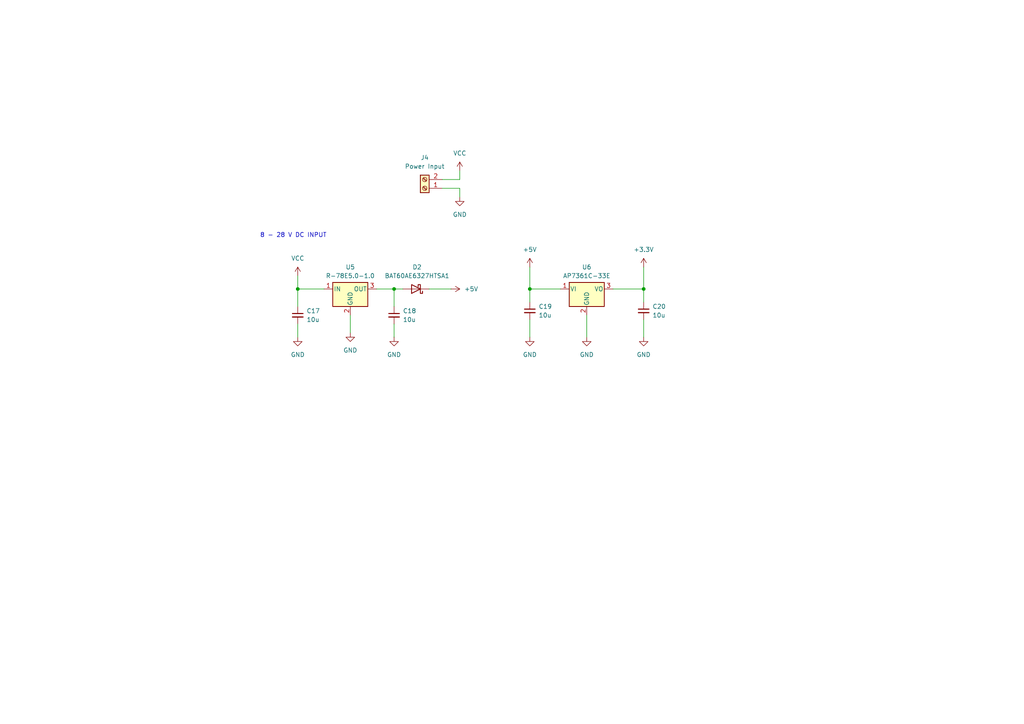
<source format=kicad_sch>
(kicad_sch (version 20231120) (generator "eeschema") (generator_version "8.0")
  (paper "A4")
  (lib_symbols
    (symbol "Connector:Screw_Terminal_01x02" (pin_names (offset 1.016) hide)
      (property "Reference" "J" (at 0 2.54 0))
      (property "Value" "Screw_Terminal_01x02" (at 0 -5.08 0))
      (symbol "Screw_Terminal_01x02_1_1"
        (rectangle (start -1.27 1.27) (end 1.27 -3.81) (stroke (width 0.254)) (fill (type background)))
        (circle (center 0 -2.54) (radius 0.635) (stroke (width 0.1524)))
        (polyline (pts (xy -0.5334 -2.2098) (xy 0.3302 -3.048)) (stroke (width 0.1524)))
        (polyline (pts (xy -0.5334 0.3302) (xy 0.3302 -0.508)) (stroke (width 0.1524)))
        (polyline (pts (xy -0.3556 -2.032) (xy 0.508 -2.8702)) (stroke (width 0.1524)))
        (polyline (pts (xy -0.3556 0.508) (xy 0.508 -0.3302)) (stroke (width 0.1524)))
        (circle (center 0 0) (radius 0.635) (stroke (width 0.1524)))
        (pin passive line (at -5.08 0 0) (length 3.81) (name "Pin_1") (number "1"))
        (pin passive line (at -5.08 -2.54 0) (length 3.81) (name "Pin_2") (number "2"))
      )
    )
    (symbol "Device:C_Small" (pin_numbers hide) (pin_names (offset 0.254) hide)
      (property "Reference" "C" (at 0.254 1.778 0))
      (property "Value" "C_Small" (at 0.254 -2.032 0))
      (symbol "C_Small_0_1"
        (polyline (pts (xy -1.524 -0.508) (xy 1.524 -0.508)) (stroke (width 0.3302)))
        (polyline (pts (xy -1.524 0.508) (xy 1.524 0.508)) (stroke (width 0.3048)))
      )
      (symbol "C_Small_1_1"
        (pin passive line (at 0 2.54 270) (length 2.032) (name "~") (number "1"))
        (pin passive line (at 0 -2.54 90) (length 2.032) (name "~") (number "2"))
      )
    )
    (symbol "Device:D_Schottky" (pin_numbers hide) (pin_names (offset 1.016) hide)
      (property "Reference" "D" (at 0 2.54 0))
      (property "Value" "D_Schottky" (at 0 -2.54 0))
      (symbol "D_Schottky_0_1"
        (polyline (pts (xy 1.27 0) (xy -1.27 0)))
        (polyline (pts (xy 1.27 1.27) (xy 1.27 -1.27) (xy -1.27 0) (xy 1.27 1.27)) (stroke (width 0.254)))
        (polyline (pts (xy -1.905 0.635) (xy -1.905 1.27) (xy -1.27 1.27) (xy -1.27 -1.27) (xy -0.635 -1.27) (xy -0.635 -0.635)) (stroke (width 0.254)))
      )
      (symbol "D_Schottky_1_1"
        (pin passive line (at -3.81 0 0) (length 2.54) (name "K") (number "1"))
        (pin passive line (at 3.81 0 180) (length 2.54) (name "A") (number "2"))
      )
    )
    (symbol "Regulator_Linear:AP7361C-33E" (pin_names (offset 0.254))
      (property "Reference" "U" (at -3.81 3.175 0))
      (property "Value" "AP7361C-33E" (at 0 3.175 0))
      (symbol "AP7361C-33E_0_1"
        (rectangle (start -5.08 -5.08) (end 5.08 1.905) (stroke (width 0.254)) (fill (type background)))
      )
      (symbol "AP7361C-33E_1_1"
        (pin power_in line (at -7.62 0 0) (length 2.54) (name "VI") (number "1"))
        (pin power_in line (at 0 -7.62 90) (length 2.54) (name "GND") (number "2"))
        (pin power_out line (at 7.62 0 180) (length 2.54) (name "VO") (number "3"))
      )
    )
    (symbol "Regulator_Switching:R-78E5.0-1.0" (pin_names (offset 0.254))
      (property "Reference" "U" (at -3.81 3.175 0))
      (property "Value" "R-78E5.0-1.0" (at 0 3.175 0))
      (symbol "R-78E5.0-1.0_0_1"
        (rectangle (start -5.08 1.905) (end 5.08 -5.08) (stroke (width 0.254)) (fill (type background)))
      )
      (symbol "R-78E5.0-1.0_1_1"
        (pin power_in line (at -7.62 0 0) (length 2.54) (name "IN") (number "1"))
        (pin power_in line (at 0 -7.62 90) (length 2.54) (name "GND") (number "2"))
        (pin power_out line (at 7.62 0 180) (length 2.54) (name "OUT") (number "3"))
      )
    )
    (symbol "power:+3.3V" (power) (pin_numbers hide) (pin_names (offset 0) hide)
      (property "Value" "+3.3V" (at 0 3.556 0))
      (symbol "+3.3V_0_1"
        (polyline (pts (xy -0.762 1.27) (xy 0 2.54)))
        (polyline (pts (xy 0 0) (xy 0 2.54)))
        (polyline (pts (xy 0 2.54) (xy 0.762 1.27)))
      )
      (symbol "+3.3V_1_1"
        (pin power_in line (at 0 0 90) (length 0) (name "~") (number "1"))
      )
    )
    (symbol "power:+5V" (power) (pin_numbers hide) (pin_names (offset 0) hide)
      (property "Value" "+5V" (at 0 3.556 0))
      (symbol "+5V_0_1"
        (polyline (pts (xy -0.762 1.27) (xy 0 2.54)))
        (polyline (pts (xy 0 0) (xy 0 2.54)))
        (polyline (pts (xy 0 2.54) (xy 0.762 1.27)))
      )
      (symbol "+5V_1_1"
        (pin power_in line (at 0 0 90) (length 0) (name "~") (number "1"))
      )
    )
    (symbol "power:GND" (power) (pin_numbers hide) (pin_names (offset 0) hide)
      (property "Value" "GND" (at 0 -3.81 0))
      (symbol "GND_0_1"
        (polyline (pts (xy 0 0) (xy 0 -1.27) (xy 1.27 -1.27) (xy 0 -2.54) (xy -1.27 -1.27) (xy 0 -1.27)))
      )
      (symbol "GND_1_1"
        (pin power_in line (at 0 0 270) (length 0) (name "~") (number "1"))
      )
    )
    (symbol "power:VCC" (power) (pin_numbers hide) (pin_names (offset 0) hide)
      (property "Value" "VCC" (at 0 3.556 0))
      (symbol "VCC_0_1"
        (polyline (pts (xy -0.762 1.27) (xy 0 2.54)))
        (polyline (pts (xy 0 0) (xy 0 2.54)))
        (polyline (pts (xy 0 2.54) (xy 0.762 1.27)))
      )
      (symbol "VCC_1_1"
        (pin power_in line (at 0 0 90) (length 0) (name "~") (number "1"))
      )
    )
  )
  (junction (at 153.67 83.82))
  (junction (at 86.36 83.82))
  (junction (at 186.69 83.82))
  (junction (at 114.3 83.82))
  (wire (pts (xy 114.3 93.98) (xy 114.3 97.79)))
  (wire (pts (xy 101.6 91.44) (xy 101.6 96.52)))
  (wire (pts (xy 86.36 88.9) (xy 86.36 83.82)))
  (wire (pts (xy 86.36 80.01) (xy 86.36 83.82)))
  (wire (pts (xy 153.67 83.82) (xy 153.67 87.63)))
  (wire (pts (xy 186.69 77.47) (xy 186.69 83.82)))
  (wire (pts (xy 109.22 83.82) (xy 114.3 83.82)))
  (wire (pts (xy 133.35 54.61) (xy 133.35 57.15)))
  (wire (pts (xy 86.36 93.98) (xy 86.36 97.79)))
  (wire (pts (xy 86.36 83.82) (xy 93.98 83.82)))
  (wire (pts (xy 114.3 83.82) (xy 116.84 83.82)))
  (wire (pts (xy 162.56 83.82) (xy 153.67 83.82)))
  (wire (pts (xy 186.69 92.71) (xy 186.69 97.79)))
  (wire (pts (xy 114.3 83.82) (xy 114.3 88.9)))
  (wire (pts (xy 128.27 52.07) (xy 133.35 52.07)))
  (wire (pts (xy 153.67 77.47) (xy 153.67 83.82)))
  (wire (pts (xy 128.27 54.61) (xy 133.35 54.61)))
  (wire (pts (xy 133.35 49.53) (xy 133.35 52.07)))
  (wire (pts (xy 170.18 91.44) (xy 170.18 97.79)))
  (wire (pts (xy 186.69 83.82) (xy 186.69 87.63)))
  (wire (pts (xy 153.67 92.71) (xy 153.67 97.79)))
  (wire (pts (xy 177.8 83.82) (xy 186.69 83.82)))
  (wire (pts (xy 124.46 83.82) (xy 130.81 83.82)))
  (text "8 - 28 V DC INPUT" (at 85.09 68.326 0) (effects (font (size 1.27 1.27))))
  (symbol (lib_id "power:GND") (at 133.35 57.15 0) (unit 1)
    (property "Reference" "#PWR039" (effects (hide yes)))
    (property "Value" "GND" (at 133.35 62.23 0))
    (property "Description" "Power symbol creates a global label with name \"GND\" , ground" (effects (hide yes)))
  )
  (symbol (lib_id "power:GND") (at 114.3 97.79 0) (unit 1)
    (property "Reference" "#PWR036" (effects (hide yes)))
    (property "Value" "GND" (at 114.3 102.87 0))
    (property "Description" "Power symbol creates a global label with name \"GND\" , ground" (effects (hide yes)))
  )
  (symbol (lib_id "power:GND") (at 153.67 97.79 0) (unit 1)
    (property "Reference" "#PWR041" (effects (hide yes)))
    (property "Value" "GND" (at 153.67 102.87 0))
    (property "Description" "Power symbol creates a global label with name \"GND\" , ground" (effects (hide yes)))
  )
  (symbol (lib_id "power:GND") (at 86.36 97.79 0) (unit 1)
    (property "Reference" "#PWR034" (effects (hide yes)))
    (property "Value" "GND" (at 86.36 102.87 0))
    (property "Description" "Power symbol creates a global label with name \"GND\" , ground" (effects (hide yes)))
  )
  (symbol (lib_id "power:+3.3V") (at 186.69 77.47 0) (unit 1)
    (property "Reference" "#PWR043" (effects (hide yes)))
    (property "Value" "+3.3V" (at 186.69 72.39 0))
    (property "Description" "Power symbol creates a global label with name \"+3.3V\"" (effects (hide yes)))
  )
  (symbol (lib_id "power:GND") (at 170.18 97.79 0) (unit 1)
    (property "Reference" "#PWR042" (effects (hide yes)))
    (property "Value" "GND" (at 170.18 102.87 0))
    (property "Description" "Power symbol creates a global label with name \"GND\" , ground" (effects (hide yes)))
  )
  (symbol (lib_id "Device:C_Small") (at 186.69 90.17 0) (unit 1)
    (property "Reference" "C20" (at 189.23 88.9062 0) (effects (justify left)))
    (property "Value" "10u" (at 189.23 91.4462 0) (effects (justify left)))
    (property "Footprint" "Capacitor_SMD:C_0805_2012Metric_Pad1.18x1.45mm_HandSolder" (effects (hide yes)))
    (property "Description" "10 µF ±10% 16V Ceramic Capacitor X5R 0805 (2012 Metric)" (effects (hide yes)))
    (property "MPN" "CL21A106KOQNNNG" (effects (hide yes)))
    (property "Manufacturer" "Samsung Electro-Mechanics" (effects (hide yes)))
    (property "DigiKey Link" "https://www.digikey.com/en/products/detail/samsung-electro-mechanics/CL21A106KOQNNNG/3894417" (effects (hide yes)))
  )
  (symbol (lib_id "power:VCC") (at 86.36 80.01 0) (unit 1)
    (property "Reference" "#PWR033" (effects (hide yes)))
    (property "Value" "VCC" (at 86.36 74.93 0))
    (property "Description" "Power symbol creates a global label with name \"VCC\"" (effects (hide yes)))
  )
  (symbol (lib_id "Connector:Screw_Terminal_01x02") (at 123.19 54.61 180) (unit 1)
    (property "Reference" "J4" (at 123.19 45.72 0))
    (property "Value" "Power Input" (at 123.19 48.26 0))
    (property "Footprint" "Vendor_Footprints:PHOENIX_1984963" (effects (hide yes)))
    (property "Description" "2 Position Wire to Board Terminal Block 45° (135°) Angle with Board 0.138\" (3.50mm) Through Hole" (effects (hide yes)))
    (property "MPN" "1984963" (effects (hide yes)))
    (property "Manufacturer" "Phoenix Contact" (effects (hide yes)))
    (property "DigiKey Link" "https://www.digikey.com/en/products/detail/phoenix-contact/1984963/2513976" (effects (hide yes)))
  )
  (symbol (lib_id "power:+5V") (at 153.67 77.47 0) (unit 1)
    (property "Reference" "#PWR040" (effects (hide yes)))
    (property "Value" "+5V" (at 153.67 72.39 0))
    (property "Description" "Power symbol creates a global label with name \"+5V\"" (effects (hide yes)))
  )
  (symbol (lib_id "Device:C_Small") (at 86.36 91.44 0) (unit 1)
    (property "Reference" "C17" (at 88.9 90.1762 0) (effects (justify left)))
    (property "Value" "10u" (at 88.9 92.7162 0) (effects (justify left)))
    (property "Footprint" "Capacitor_SMD:C_1206_3216Metric_Pad1.33x1.80mm_HandSolder" (effects (hide yes)))
    (property "Description" "10 µF ±10% 50V Ceramic Capacitor X5R 1206 (3216 Metric)" (effects (hide yes)))
    (property "MPN" "CL31A106KBHNNNE" (effects (hide yes)))
    (property "Manufacturer" "Samsung Electro-Mechanics" (effects (hide yes)))
    (property "DigiKey Link" "https://www.digikey.com/en/products/detail/samsung-electro-mechanics/CL31A106KBHNNNE/3888534" (effects (hide yes)))
  )
  (symbol (lib_id "power:GND") (at 186.69 97.79 0) (unit 1)
    (property "Reference" "#PWR044" (effects (hide yes)))
    (property "Value" "GND" (at 186.69 102.87 0))
    (property "Description" "Power symbol creates a global label with name \"GND\" , ground" (effects (hide yes)))
  )
  (symbol (lib_id "Device:C_Small") (at 114.3 91.44 0) (unit 1)
    (property "Reference" "C18" (at 116.84 90.1762 0) (effects (justify left)))
    (property "Value" "10u" (at 116.84 92.7162 0) (effects (justify left)))
    (property "Footprint" "Capacitor_SMD:C_0805_2012Metric_Pad1.18x1.45mm_HandSolder" (effects (hide yes)))
    (property "Description" "10 µF ±10% 16V Ceramic Capacitor X5R 0805 (2012 Metric)" (effects (hide yes)))
    (property "MPN" "CL21A106KOQNNNG" (effects (hide yes)))
    (property "Manufacturer" "Samsung Electro-Mechanics" (effects (hide yes)))
    (property "DigiKey Link" "https://www.digikey.com/en/products/detail/samsung-electro-mechanics/CL21A106KOQNNNG/3894417" (effects (hide yes)))
  )
  (symbol (lib_id "power:+5V") (at 130.81 83.82 270) (unit 1)
    (property "Reference" "#PWR037" (effects (hide yes)))
    (property "Value" "+5V" (at 134.62 83.8199 90) (effects (justify left)))
    (property "Description" "Power symbol creates a global label with name \"+5V\"" (effects (hide yes)))
  )
  (symbol (lib_id "Device:C_Small") (at 153.67 90.17 0) (unit 1)
    (property "Reference" "C19" (at 156.21 88.9062 0) (effects (justify left)))
    (property "Value" "10u" (at 156.21 91.4462 0) (effects (justify left)))
    (property "Footprint" "Capacitor_SMD:C_0805_2012Metric_Pad1.18x1.45mm_HandSolder" (effects (hide yes)))
    (property "Description" "10 µF ±10% 16V Ceramic Capacitor X5R 0805 (2012 Metric)" (effects (hide yes)))
    (property "MPN" "CL21A106KOQNNNG" (effects (hide yes)))
    (property "Manufacturer" "Samsung Electro-Mechanics" (effects (hide yes)))
    (property "DigiKey Link" "https://www.digikey.com/en/products/detail/samsung-electro-mechanics/CL21A106KOQNNNG/3894417" (effects (hide yes)))
  )
  (symbol (lib_id "power:VCC") (at 133.35 49.53 0) (unit 1)
    (property "Reference" "#PWR038" (effects (hide yes)))
    (property "Value" "VCC" (at 133.35 44.45 0))
    (property "Description" "Power symbol creates a global label with name \"VCC\"" (effects (hide yes)))
  )
  (symbol (lib_id "power:GND") (at 101.6 96.52 0) (unit 1)
    (property "Reference" "#PWR035" (effects (hide yes)))
    (property "Value" "GND" (at 101.6 101.6 0))
    (property "Description" "Power symbol creates a global label with name \"GND\" , ground" (effects (hide yes)))
  )
  (symbol (lib_id "Regulator_Linear:AP7361C-33E") (at 170.18 83.82 0) (unit 1)
    (property "Reference" "U6" (at 170.18 77.47 0))
    (property "Value" "AP7361C-33E" (at 170.18 80.01 0))
    (property "Footprint" "Package_TO_SOT_SMD:SOT-223-3_TabPin2" (effects (hide yes)))
    (property "Datasheet" "https://www.diodes.com/assets/Datasheets/AP7361C.pdf" (effects (hide yes)))
    (property "Description" "Linear Voltage Regulator IC Positive Fixed 1 Output 1A SOT-223-3" (effects (hide yes)))
    (property "MPN" "AP7361C-33E-13" (effects (hide yes)))
    (property "Manufacturer" "Diodes Incorporated" (effects (hide yes)))
    (property "DigiKey Link" "https://www.digikey.com/en/products/detail/diodes-incorporated/AP7361C-33E-13/5638317" (effects (hide yes)))
  )
  (symbol (lib_id "Regulator_Switching:R-78E5.0-1.0") (at 101.6 83.82 0) (unit 1)
    (property "Reference" "U5" (at 101.6 77.47 0))
    (property "Value" "R-78E5.0-1.0" (at 101.6 80.01 0))
    (property "Footprint" "Converter_DCDC:Converter_DCDC_RECOM_R-78E-0.5_THT" (effects (hide yes)))
    (property "Datasheet" "https://www.recom-power.com/pdf/Innoline/R-78Exx-1.0.pdf" (effects (hide yes)))
    (property "Description" "1A Step-Down DC/DC-Regulator, 7-28V input, 5V fixed Output Voltage, LM78xx replacement, -40°C to +85°C, SIP3" (effects (hide yes)))
    (property "MPN" "R-78E5.0-1.0" (effects (hide yes)))
    (property "Manufacturer" "Recom Power" (effects (hide yes)))
    (property "DigiKey Link" "https://www.digikey.com/en/products/detail/recom-power/R-78E5-0-1-0/4930585" (effects (hide yes)))
  )
  (symbol (lib_id "Device:D_Schottky") (at 120.65 83.82 180) (unit 1)
    (property "Reference" "D2" (at 120.9675 77.47 0))
    (property "Value" "BAT60AE6327HTSA1" (at 120.9675 80.01 0))
    (property "Footprint" "Diode_SMD:D_SOD-323_HandSoldering" (effects (hide yes)))
    (property "Description" "Diode 10 V 3A Surface Mount PG-SOD323-3D" (effects (hide yes)))
    (property "MPN" "BAT60AE6327HTSA1" (effects (hide yes)))
    (property "Manufacturer" "Infineon Technologies" (effects (hide yes)))
    (property "DigiKey Link" "https://www.digikey.com/en/products/detail/infineon-technologies/BAT60AE6327HTSA1/1280934" (effects (hide yes)))
  )
)
</source>
